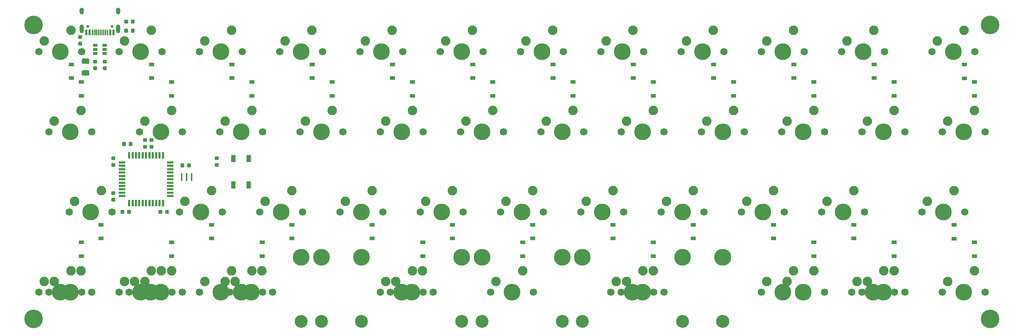
<source format=gbr>
G04 #@! TF.GenerationSoftware,KiCad,Pcbnew,(5.1.4)-1*
G04 #@! TF.CreationDate,2021-01-09T01:18:10-06:00*
G04 #@! TF.ProjectId,semi,73656d69-2e6b-4696-9361-645f70636258,rev?*
G04 #@! TF.SameCoordinates,Original*
G04 #@! TF.FileFunction,Soldermask,Bot*
G04 #@! TF.FilePolarity,Negative*
%FSLAX46Y46*%
G04 Gerber Fmt 4.6, Leading zero omitted, Abs format (unit mm)*
G04 Created by KiCad (PCBNEW (5.1.4)-1) date 2021-01-09 01:18:10*
%MOMM*%
%LPD*%
G04 APERTURE LIST*
%ADD10C,3.987800*%
%ADD11C,3.048000*%
%ADD12C,1.750000*%
%ADD13C,2.250000*%
%ADD14C,0.100000*%
%ADD15C,0.875000*%
%ADD16R,0.400000X1.900000*%
%ADD17O,1.000000X1.600000*%
%ADD18O,1.000000X2.100000*%
%ADD19C,0.650000*%
%ADD20R,0.300000X1.450000*%
%ADD21R,0.600000X1.450000*%
%ADD22R,0.550000X1.500000*%
%ADD23R,1.500000X0.550000*%
%ADD24R,1.060000X0.650000*%
%ADD25R,1.100000X1.800000*%
%ADD26C,4.400000*%
%ADD27C,1.250000*%
%ADD28R,1.200000X0.900000*%
G04 APERTURE END LIST*
D10*
X166687500Y-58420000D03*
X128587500Y-58420000D03*
D11*
X166687500Y-73660000D03*
X128587500Y-73660000D03*
D12*
X152717500Y-66675000D03*
X142557500Y-66675000D03*
D10*
X147637500Y-66675000D03*
D13*
X143827500Y-64135000D03*
X150177500Y-61595000D03*
D14*
G36*
X25360691Y-1939053D02*
G01*
X25381926Y-1942203D01*
X25402750Y-1947419D01*
X25422962Y-1954651D01*
X25442368Y-1963830D01*
X25460781Y-1974866D01*
X25478024Y-1987654D01*
X25493930Y-2002070D01*
X25508346Y-2017976D01*
X25521134Y-2035219D01*
X25532170Y-2053632D01*
X25541349Y-2073038D01*
X25548581Y-2093250D01*
X25553797Y-2114074D01*
X25556947Y-2135309D01*
X25558000Y-2156750D01*
X25558000Y-2669250D01*
X25556947Y-2690691D01*
X25553797Y-2711926D01*
X25548581Y-2732750D01*
X25541349Y-2752962D01*
X25532170Y-2772368D01*
X25521134Y-2790781D01*
X25508346Y-2808024D01*
X25493930Y-2823930D01*
X25478024Y-2838346D01*
X25460781Y-2851134D01*
X25442368Y-2862170D01*
X25422962Y-2871349D01*
X25402750Y-2878581D01*
X25381926Y-2883797D01*
X25360691Y-2886947D01*
X25339250Y-2888000D01*
X24901750Y-2888000D01*
X24880309Y-2886947D01*
X24859074Y-2883797D01*
X24838250Y-2878581D01*
X24818038Y-2871349D01*
X24798632Y-2862170D01*
X24780219Y-2851134D01*
X24762976Y-2838346D01*
X24747070Y-2823930D01*
X24732654Y-2808024D01*
X24719866Y-2790781D01*
X24708830Y-2772368D01*
X24699651Y-2752962D01*
X24692419Y-2732750D01*
X24687203Y-2711926D01*
X24684053Y-2690691D01*
X24683000Y-2669250D01*
X24683000Y-2156750D01*
X24684053Y-2135309D01*
X24687203Y-2114074D01*
X24692419Y-2093250D01*
X24699651Y-2073038D01*
X24708830Y-2053632D01*
X24719866Y-2035219D01*
X24732654Y-2017976D01*
X24747070Y-2002070D01*
X24762976Y-1987654D01*
X24780219Y-1974866D01*
X24798632Y-1963830D01*
X24818038Y-1954651D01*
X24838250Y-1947419D01*
X24859074Y-1942203D01*
X24880309Y-1939053D01*
X24901750Y-1938000D01*
X25339250Y-1938000D01*
X25360691Y-1939053D01*
X25360691Y-1939053D01*
G37*
D15*
X25120500Y-2413000D03*
D14*
G36*
X26935691Y-1939053D02*
G01*
X26956926Y-1942203D01*
X26977750Y-1947419D01*
X26997962Y-1954651D01*
X27017368Y-1963830D01*
X27035781Y-1974866D01*
X27053024Y-1987654D01*
X27068930Y-2002070D01*
X27083346Y-2017976D01*
X27096134Y-2035219D01*
X27107170Y-2053632D01*
X27116349Y-2073038D01*
X27123581Y-2093250D01*
X27128797Y-2114074D01*
X27131947Y-2135309D01*
X27133000Y-2156750D01*
X27133000Y-2669250D01*
X27131947Y-2690691D01*
X27128797Y-2711926D01*
X27123581Y-2732750D01*
X27116349Y-2752962D01*
X27107170Y-2772368D01*
X27096134Y-2790781D01*
X27083346Y-2808024D01*
X27068930Y-2823930D01*
X27053024Y-2838346D01*
X27035781Y-2851134D01*
X27017368Y-2862170D01*
X26997962Y-2871349D01*
X26977750Y-2878581D01*
X26956926Y-2883797D01*
X26935691Y-2886947D01*
X26914250Y-2888000D01*
X26476750Y-2888000D01*
X26455309Y-2886947D01*
X26434074Y-2883797D01*
X26413250Y-2878581D01*
X26393038Y-2871349D01*
X26373632Y-2862170D01*
X26355219Y-2851134D01*
X26337976Y-2838346D01*
X26322070Y-2823930D01*
X26307654Y-2808024D01*
X26294866Y-2790781D01*
X26283830Y-2772368D01*
X26274651Y-2752962D01*
X26267419Y-2732750D01*
X26262203Y-2711926D01*
X26259053Y-2690691D01*
X26258000Y-2669250D01*
X26258000Y-2156750D01*
X26259053Y-2135309D01*
X26262203Y-2114074D01*
X26267419Y-2093250D01*
X26274651Y-2073038D01*
X26283830Y-2053632D01*
X26294866Y-2035219D01*
X26307654Y-2017976D01*
X26322070Y-2002070D01*
X26337976Y-1987654D01*
X26355219Y-1974866D01*
X26373632Y-1963830D01*
X26393038Y-1954651D01*
X26413250Y-1947419D01*
X26434074Y-1942203D01*
X26455309Y-1939053D01*
X26476750Y-1938000D01*
X26914250Y-1938000D01*
X26935691Y-1939053D01*
X26935691Y-1939053D01*
G37*
D15*
X26695500Y-2413000D03*
D16*
X38297000Y-39370000D03*
X39497000Y-39370000D03*
X40697000Y-39370000D03*
D17*
X23243000Y67000D03*
X14603000Y67000D03*
D18*
X23243000Y-4113000D03*
X14603000Y-4113000D03*
D19*
X16033000Y-3583000D03*
X21813000Y-3583000D03*
D20*
X18673000Y-5028000D03*
X19173000Y-5028000D03*
X19673000Y-5028000D03*
X18173000Y-5028000D03*
X20173000Y-5028000D03*
X17673000Y-5028000D03*
X20673000Y-5028000D03*
X17173000Y-5028000D03*
D21*
X16473000Y-5028000D03*
X21373000Y-5028000D03*
X15698000Y-5028000D03*
X22148000Y-5028000D03*
D22*
X25845000Y-34178000D03*
X26645000Y-34178000D03*
X27445000Y-34178000D03*
X28245000Y-34178000D03*
X29045000Y-34178000D03*
X29845000Y-34178000D03*
X30645000Y-34178000D03*
X31445000Y-34178000D03*
X32245000Y-34178000D03*
X33045000Y-34178000D03*
X33845000Y-34178000D03*
D23*
X35545000Y-35878000D03*
X35545000Y-36678000D03*
X35545000Y-37478000D03*
X35545000Y-38278000D03*
X35545000Y-39078000D03*
X35545000Y-39878000D03*
X35545000Y-40678000D03*
X35545000Y-41478000D03*
X35545000Y-42278000D03*
X35545000Y-43078000D03*
X35545000Y-43878000D03*
D22*
X33845000Y-45578000D03*
X33045000Y-45578000D03*
X32245000Y-45578000D03*
X31445000Y-45578000D03*
X30645000Y-45578000D03*
X29845000Y-45578000D03*
X29045000Y-45578000D03*
X28245000Y-45578000D03*
X27445000Y-45578000D03*
X26645000Y-45578000D03*
X25845000Y-45578000D03*
D23*
X24145000Y-43878000D03*
X24145000Y-43078000D03*
X24145000Y-42278000D03*
X24145000Y-41478000D03*
X24145000Y-40678000D03*
X24145000Y-39878000D03*
X24145000Y-39078000D03*
X24145000Y-38278000D03*
X24145000Y-37478000D03*
X24145000Y-36678000D03*
X24145000Y-35878000D03*
D24*
X17823000Y-9017000D03*
X17823000Y-8067000D03*
X17823000Y-9967000D03*
X20023000Y-9967000D03*
X20023000Y-9017000D03*
X20023000Y-8067000D03*
D25*
X54234200Y-41197600D03*
X50534200Y-34997600D03*
X50534200Y-41197600D03*
X54234200Y-34997600D03*
D14*
G36*
X26046691Y-47151053D02*
G01*
X26067926Y-47154203D01*
X26088750Y-47159419D01*
X26108962Y-47166651D01*
X26128368Y-47175830D01*
X26146781Y-47186866D01*
X26164024Y-47199654D01*
X26179930Y-47214070D01*
X26194346Y-47229976D01*
X26207134Y-47247219D01*
X26218170Y-47265632D01*
X26227349Y-47285038D01*
X26234581Y-47305250D01*
X26239797Y-47326074D01*
X26242947Y-47347309D01*
X26244000Y-47368750D01*
X26244000Y-47881250D01*
X26242947Y-47902691D01*
X26239797Y-47923926D01*
X26234581Y-47944750D01*
X26227349Y-47964962D01*
X26218170Y-47984368D01*
X26207134Y-48002781D01*
X26194346Y-48020024D01*
X26179930Y-48035930D01*
X26164024Y-48050346D01*
X26146781Y-48063134D01*
X26128368Y-48074170D01*
X26108962Y-48083349D01*
X26088750Y-48090581D01*
X26067926Y-48095797D01*
X26046691Y-48098947D01*
X26025250Y-48100000D01*
X25587750Y-48100000D01*
X25566309Y-48098947D01*
X25545074Y-48095797D01*
X25524250Y-48090581D01*
X25504038Y-48083349D01*
X25484632Y-48074170D01*
X25466219Y-48063134D01*
X25448976Y-48050346D01*
X25433070Y-48035930D01*
X25418654Y-48020024D01*
X25405866Y-48002781D01*
X25394830Y-47984368D01*
X25385651Y-47964962D01*
X25378419Y-47944750D01*
X25373203Y-47923926D01*
X25370053Y-47902691D01*
X25369000Y-47881250D01*
X25369000Y-47368750D01*
X25370053Y-47347309D01*
X25373203Y-47326074D01*
X25378419Y-47305250D01*
X25385651Y-47285038D01*
X25394830Y-47265632D01*
X25405866Y-47247219D01*
X25418654Y-47229976D01*
X25433070Y-47214070D01*
X25448976Y-47199654D01*
X25466219Y-47186866D01*
X25484632Y-47175830D01*
X25504038Y-47166651D01*
X25524250Y-47159419D01*
X25545074Y-47154203D01*
X25566309Y-47151053D01*
X25587750Y-47150000D01*
X26025250Y-47150000D01*
X26046691Y-47151053D01*
X26046691Y-47151053D01*
G37*
D15*
X25806500Y-47625000D03*
D14*
G36*
X24471691Y-47151053D02*
G01*
X24492926Y-47154203D01*
X24513750Y-47159419D01*
X24533962Y-47166651D01*
X24553368Y-47175830D01*
X24571781Y-47186866D01*
X24589024Y-47199654D01*
X24604930Y-47214070D01*
X24619346Y-47229976D01*
X24632134Y-47247219D01*
X24643170Y-47265632D01*
X24652349Y-47285038D01*
X24659581Y-47305250D01*
X24664797Y-47326074D01*
X24667947Y-47347309D01*
X24669000Y-47368750D01*
X24669000Y-47881250D01*
X24667947Y-47902691D01*
X24664797Y-47923926D01*
X24659581Y-47944750D01*
X24652349Y-47964962D01*
X24643170Y-47984368D01*
X24632134Y-48002781D01*
X24619346Y-48020024D01*
X24604930Y-48035930D01*
X24589024Y-48050346D01*
X24571781Y-48063134D01*
X24553368Y-48074170D01*
X24533962Y-48083349D01*
X24513750Y-48090581D01*
X24492926Y-48095797D01*
X24471691Y-48098947D01*
X24450250Y-48100000D01*
X24012750Y-48100000D01*
X23991309Y-48098947D01*
X23970074Y-48095797D01*
X23949250Y-48090581D01*
X23929038Y-48083349D01*
X23909632Y-48074170D01*
X23891219Y-48063134D01*
X23873976Y-48050346D01*
X23858070Y-48035930D01*
X23843654Y-48020024D01*
X23830866Y-48002781D01*
X23819830Y-47984368D01*
X23810651Y-47964962D01*
X23803419Y-47944750D01*
X23798203Y-47923926D01*
X23795053Y-47902691D01*
X23794000Y-47881250D01*
X23794000Y-47368750D01*
X23795053Y-47347309D01*
X23798203Y-47326074D01*
X23803419Y-47305250D01*
X23810651Y-47285038D01*
X23819830Y-47265632D01*
X23830866Y-47247219D01*
X23843654Y-47229976D01*
X23858070Y-47214070D01*
X23873976Y-47199654D01*
X23891219Y-47186866D01*
X23909632Y-47175830D01*
X23929038Y-47166651D01*
X23949250Y-47159419D01*
X23970074Y-47154203D01*
X23991309Y-47151053D01*
X24012750Y-47150000D01*
X24450250Y-47150000D01*
X24471691Y-47151053D01*
X24471691Y-47151053D01*
G37*
D15*
X24231500Y-47625000D03*
D14*
G36*
X20343691Y-11476053D02*
G01*
X20364926Y-11479203D01*
X20385750Y-11484419D01*
X20405962Y-11491651D01*
X20425368Y-11500830D01*
X20443781Y-11511866D01*
X20461024Y-11524654D01*
X20476930Y-11539070D01*
X20491346Y-11554976D01*
X20504134Y-11572219D01*
X20515170Y-11590632D01*
X20524349Y-11610038D01*
X20531581Y-11630250D01*
X20536797Y-11651074D01*
X20539947Y-11672309D01*
X20541000Y-11693750D01*
X20541000Y-12131250D01*
X20539947Y-12152691D01*
X20536797Y-12173926D01*
X20531581Y-12194750D01*
X20524349Y-12214962D01*
X20515170Y-12234368D01*
X20504134Y-12252781D01*
X20491346Y-12270024D01*
X20476930Y-12285930D01*
X20461024Y-12300346D01*
X20443781Y-12313134D01*
X20425368Y-12324170D01*
X20405962Y-12333349D01*
X20385750Y-12340581D01*
X20364926Y-12345797D01*
X20343691Y-12348947D01*
X20322250Y-12350000D01*
X19809750Y-12350000D01*
X19788309Y-12348947D01*
X19767074Y-12345797D01*
X19746250Y-12340581D01*
X19726038Y-12333349D01*
X19706632Y-12324170D01*
X19688219Y-12313134D01*
X19670976Y-12300346D01*
X19655070Y-12285930D01*
X19640654Y-12270024D01*
X19627866Y-12252781D01*
X19616830Y-12234368D01*
X19607651Y-12214962D01*
X19600419Y-12194750D01*
X19595203Y-12173926D01*
X19592053Y-12152691D01*
X19591000Y-12131250D01*
X19591000Y-11693750D01*
X19592053Y-11672309D01*
X19595203Y-11651074D01*
X19600419Y-11630250D01*
X19607651Y-11610038D01*
X19616830Y-11590632D01*
X19627866Y-11572219D01*
X19640654Y-11554976D01*
X19655070Y-11539070D01*
X19670976Y-11524654D01*
X19688219Y-11511866D01*
X19706632Y-11500830D01*
X19726038Y-11491651D01*
X19746250Y-11484419D01*
X19767074Y-11479203D01*
X19788309Y-11476053D01*
X19809750Y-11475000D01*
X20322250Y-11475000D01*
X20343691Y-11476053D01*
X20343691Y-11476053D01*
G37*
D15*
X20066000Y-11912500D03*
D14*
G36*
X20343691Y-13051053D02*
G01*
X20364926Y-13054203D01*
X20385750Y-13059419D01*
X20405962Y-13066651D01*
X20425368Y-13075830D01*
X20443781Y-13086866D01*
X20461024Y-13099654D01*
X20476930Y-13114070D01*
X20491346Y-13129976D01*
X20504134Y-13147219D01*
X20515170Y-13165632D01*
X20524349Y-13185038D01*
X20531581Y-13205250D01*
X20536797Y-13226074D01*
X20539947Y-13247309D01*
X20541000Y-13268750D01*
X20541000Y-13706250D01*
X20539947Y-13727691D01*
X20536797Y-13748926D01*
X20531581Y-13769750D01*
X20524349Y-13789962D01*
X20515170Y-13809368D01*
X20504134Y-13827781D01*
X20491346Y-13845024D01*
X20476930Y-13860930D01*
X20461024Y-13875346D01*
X20443781Y-13888134D01*
X20425368Y-13899170D01*
X20405962Y-13908349D01*
X20385750Y-13915581D01*
X20364926Y-13920797D01*
X20343691Y-13923947D01*
X20322250Y-13925000D01*
X19809750Y-13925000D01*
X19788309Y-13923947D01*
X19767074Y-13920797D01*
X19746250Y-13915581D01*
X19726038Y-13908349D01*
X19706632Y-13899170D01*
X19688219Y-13888134D01*
X19670976Y-13875346D01*
X19655070Y-13860930D01*
X19640654Y-13845024D01*
X19627866Y-13827781D01*
X19616830Y-13809368D01*
X19607651Y-13789962D01*
X19600419Y-13769750D01*
X19595203Y-13748926D01*
X19592053Y-13727691D01*
X19591000Y-13706250D01*
X19591000Y-13268750D01*
X19592053Y-13247309D01*
X19595203Y-13226074D01*
X19600419Y-13205250D01*
X19607651Y-13185038D01*
X19616830Y-13165632D01*
X19627866Y-13147219D01*
X19640654Y-13129976D01*
X19655070Y-13114070D01*
X19670976Y-13099654D01*
X19688219Y-13086866D01*
X19706632Y-13075830D01*
X19726038Y-13066651D01*
X19746250Y-13059419D01*
X19767074Y-13054203D01*
X19788309Y-13051053D01*
X19809750Y-13050000D01*
X20322250Y-13050000D01*
X20343691Y-13051053D01*
X20343691Y-13051053D01*
G37*
D15*
X20066000Y-13487500D03*
D14*
G36*
X18057691Y-11476053D02*
G01*
X18078926Y-11479203D01*
X18099750Y-11484419D01*
X18119962Y-11491651D01*
X18139368Y-11500830D01*
X18157781Y-11511866D01*
X18175024Y-11524654D01*
X18190930Y-11539070D01*
X18205346Y-11554976D01*
X18218134Y-11572219D01*
X18229170Y-11590632D01*
X18238349Y-11610038D01*
X18245581Y-11630250D01*
X18250797Y-11651074D01*
X18253947Y-11672309D01*
X18255000Y-11693750D01*
X18255000Y-12131250D01*
X18253947Y-12152691D01*
X18250797Y-12173926D01*
X18245581Y-12194750D01*
X18238349Y-12214962D01*
X18229170Y-12234368D01*
X18218134Y-12252781D01*
X18205346Y-12270024D01*
X18190930Y-12285930D01*
X18175024Y-12300346D01*
X18157781Y-12313134D01*
X18139368Y-12324170D01*
X18119962Y-12333349D01*
X18099750Y-12340581D01*
X18078926Y-12345797D01*
X18057691Y-12348947D01*
X18036250Y-12350000D01*
X17523750Y-12350000D01*
X17502309Y-12348947D01*
X17481074Y-12345797D01*
X17460250Y-12340581D01*
X17440038Y-12333349D01*
X17420632Y-12324170D01*
X17402219Y-12313134D01*
X17384976Y-12300346D01*
X17369070Y-12285930D01*
X17354654Y-12270024D01*
X17341866Y-12252781D01*
X17330830Y-12234368D01*
X17321651Y-12214962D01*
X17314419Y-12194750D01*
X17309203Y-12173926D01*
X17306053Y-12152691D01*
X17305000Y-12131250D01*
X17305000Y-11693750D01*
X17306053Y-11672309D01*
X17309203Y-11651074D01*
X17314419Y-11630250D01*
X17321651Y-11610038D01*
X17330830Y-11590632D01*
X17341866Y-11572219D01*
X17354654Y-11554976D01*
X17369070Y-11539070D01*
X17384976Y-11524654D01*
X17402219Y-11511866D01*
X17420632Y-11500830D01*
X17440038Y-11491651D01*
X17460250Y-11484419D01*
X17481074Y-11479203D01*
X17502309Y-11476053D01*
X17523750Y-11475000D01*
X18036250Y-11475000D01*
X18057691Y-11476053D01*
X18057691Y-11476053D01*
G37*
D15*
X17780000Y-11912500D03*
D14*
G36*
X18057691Y-13051053D02*
G01*
X18078926Y-13054203D01*
X18099750Y-13059419D01*
X18119962Y-13066651D01*
X18139368Y-13075830D01*
X18157781Y-13086866D01*
X18175024Y-13099654D01*
X18190930Y-13114070D01*
X18205346Y-13129976D01*
X18218134Y-13147219D01*
X18229170Y-13165632D01*
X18238349Y-13185038D01*
X18245581Y-13205250D01*
X18250797Y-13226074D01*
X18253947Y-13247309D01*
X18255000Y-13268750D01*
X18255000Y-13706250D01*
X18253947Y-13727691D01*
X18250797Y-13748926D01*
X18245581Y-13769750D01*
X18238349Y-13789962D01*
X18229170Y-13809368D01*
X18218134Y-13827781D01*
X18205346Y-13845024D01*
X18190930Y-13860930D01*
X18175024Y-13875346D01*
X18157781Y-13888134D01*
X18139368Y-13899170D01*
X18119962Y-13908349D01*
X18099750Y-13915581D01*
X18078926Y-13920797D01*
X18057691Y-13923947D01*
X18036250Y-13925000D01*
X17523750Y-13925000D01*
X17502309Y-13923947D01*
X17481074Y-13920797D01*
X17460250Y-13915581D01*
X17440038Y-13908349D01*
X17420632Y-13899170D01*
X17402219Y-13888134D01*
X17384976Y-13875346D01*
X17369070Y-13860930D01*
X17354654Y-13845024D01*
X17341866Y-13827781D01*
X17330830Y-13809368D01*
X17321651Y-13789962D01*
X17314419Y-13769750D01*
X17309203Y-13748926D01*
X17306053Y-13727691D01*
X17305000Y-13706250D01*
X17305000Y-13268750D01*
X17306053Y-13247309D01*
X17309203Y-13226074D01*
X17314419Y-13205250D01*
X17321651Y-13185038D01*
X17330830Y-13165632D01*
X17341866Y-13147219D01*
X17354654Y-13129976D01*
X17369070Y-13114070D01*
X17384976Y-13099654D01*
X17402219Y-13086866D01*
X17420632Y-13075830D01*
X17440038Y-13066651D01*
X17460250Y-13059419D01*
X17481074Y-13054203D01*
X17502309Y-13051053D01*
X17523750Y-13050000D01*
X18036250Y-13050000D01*
X18057691Y-13051053D01*
X18057691Y-13051053D01*
G37*
D15*
X17780000Y-13487500D03*
D14*
G36*
X25360691Y-4098053D02*
G01*
X25381926Y-4101203D01*
X25402750Y-4106419D01*
X25422962Y-4113651D01*
X25442368Y-4122830D01*
X25460781Y-4133866D01*
X25478024Y-4146654D01*
X25493930Y-4161070D01*
X25508346Y-4176976D01*
X25521134Y-4194219D01*
X25532170Y-4212632D01*
X25541349Y-4232038D01*
X25548581Y-4252250D01*
X25553797Y-4273074D01*
X25556947Y-4294309D01*
X25558000Y-4315750D01*
X25558000Y-4828250D01*
X25556947Y-4849691D01*
X25553797Y-4870926D01*
X25548581Y-4891750D01*
X25541349Y-4911962D01*
X25532170Y-4931368D01*
X25521134Y-4949781D01*
X25508346Y-4967024D01*
X25493930Y-4982930D01*
X25478024Y-4997346D01*
X25460781Y-5010134D01*
X25442368Y-5021170D01*
X25422962Y-5030349D01*
X25402750Y-5037581D01*
X25381926Y-5042797D01*
X25360691Y-5045947D01*
X25339250Y-5047000D01*
X24901750Y-5047000D01*
X24880309Y-5045947D01*
X24859074Y-5042797D01*
X24838250Y-5037581D01*
X24818038Y-5030349D01*
X24798632Y-5021170D01*
X24780219Y-5010134D01*
X24762976Y-4997346D01*
X24747070Y-4982930D01*
X24732654Y-4967024D01*
X24719866Y-4949781D01*
X24708830Y-4931368D01*
X24699651Y-4911962D01*
X24692419Y-4891750D01*
X24687203Y-4870926D01*
X24684053Y-4849691D01*
X24683000Y-4828250D01*
X24683000Y-4315750D01*
X24684053Y-4294309D01*
X24687203Y-4273074D01*
X24692419Y-4252250D01*
X24699651Y-4232038D01*
X24708830Y-4212632D01*
X24719866Y-4194219D01*
X24732654Y-4176976D01*
X24747070Y-4161070D01*
X24762976Y-4146654D01*
X24780219Y-4133866D01*
X24798632Y-4122830D01*
X24818038Y-4113651D01*
X24838250Y-4106419D01*
X24859074Y-4101203D01*
X24880309Y-4098053D01*
X24901750Y-4097000D01*
X25339250Y-4097000D01*
X25360691Y-4098053D01*
X25360691Y-4098053D01*
G37*
D15*
X25120500Y-4572000D03*
D14*
G36*
X26935691Y-4098053D02*
G01*
X26956926Y-4101203D01*
X26977750Y-4106419D01*
X26997962Y-4113651D01*
X27017368Y-4122830D01*
X27035781Y-4133866D01*
X27053024Y-4146654D01*
X27068930Y-4161070D01*
X27083346Y-4176976D01*
X27096134Y-4194219D01*
X27107170Y-4212632D01*
X27116349Y-4232038D01*
X27123581Y-4252250D01*
X27128797Y-4273074D01*
X27131947Y-4294309D01*
X27133000Y-4315750D01*
X27133000Y-4828250D01*
X27131947Y-4849691D01*
X27128797Y-4870926D01*
X27123581Y-4891750D01*
X27116349Y-4911962D01*
X27107170Y-4931368D01*
X27096134Y-4949781D01*
X27083346Y-4967024D01*
X27068930Y-4982930D01*
X27053024Y-4997346D01*
X27035781Y-5010134D01*
X27017368Y-5021170D01*
X26997962Y-5030349D01*
X26977750Y-5037581D01*
X26956926Y-5042797D01*
X26935691Y-5045947D01*
X26914250Y-5047000D01*
X26476750Y-5047000D01*
X26455309Y-5045947D01*
X26434074Y-5042797D01*
X26413250Y-5037581D01*
X26393038Y-5030349D01*
X26373632Y-5021170D01*
X26355219Y-5010134D01*
X26337976Y-4997346D01*
X26322070Y-4982930D01*
X26307654Y-4967024D01*
X26294866Y-4949781D01*
X26283830Y-4931368D01*
X26274651Y-4911962D01*
X26267419Y-4891750D01*
X26262203Y-4870926D01*
X26259053Y-4849691D01*
X26258000Y-4828250D01*
X26258000Y-4315750D01*
X26259053Y-4294309D01*
X26262203Y-4273074D01*
X26267419Y-4252250D01*
X26274651Y-4232038D01*
X26283830Y-4212632D01*
X26294866Y-4194219D01*
X26307654Y-4176976D01*
X26322070Y-4161070D01*
X26337976Y-4146654D01*
X26355219Y-4133866D01*
X26373632Y-4122830D01*
X26393038Y-4113651D01*
X26413250Y-4106419D01*
X26434074Y-4101203D01*
X26455309Y-4098053D01*
X26476750Y-4097000D01*
X26914250Y-4097000D01*
X26935691Y-4098053D01*
X26935691Y-4098053D01*
G37*
D15*
X26695500Y-4572000D03*
D14*
G36*
X14501691Y-7209053D02*
G01*
X14522926Y-7212203D01*
X14543750Y-7217419D01*
X14563962Y-7224651D01*
X14583368Y-7233830D01*
X14601781Y-7244866D01*
X14619024Y-7257654D01*
X14634930Y-7272070D01*
X14649346Y-7287976D01*
X14662134Y-7305219D01*
X14673170Y-7323632D01*
X14682349Y-7343038D01*
X14689581Y-7363250D01*
X14694797Y-7384074D01*
X14697947Y-7405309D01*
X14699000Y-7426750D01*
X14699000Y-7864250D01*
X14697947Y-7885691D01*
X14694797Y-7906926D01*
X14689581Y-7927750D01*
X14682349Y-7947962D01*
X14673170Y-7967368D01*
X14662134Y-7985781D01*
X14649346Y-8003024D01*
X14634930Y-8018930D01*
X14619024Y-8033346D01*
X14601781Y-8046134D01*
X14583368Y-8057170D01*
X14563962Y-8066349D01*
X14543750Y-8073581D01*
X14522926Y-8078797D01*
X14501691Y-8081947D01*
X14480250Y-8083000D01*
X13967750Y-8083000D01*
X13946309Y-8081947D01*
X13925074Y-8078797D01*
X13904250Y-8073581D01*
X13884038Y-8066349D01*
X13864632Y-8057170D01*
X13846219Y-8046134D01*
X13828976Y-8033346D01*
X13813070Y-8018930D01*
X13798654Y-8003024D01*
X13785866Y-7985781D01*
X13774830Y-7967368D01*
X13765651Y-7947962D01*
X13758419Y-7927750D01*
X13753203Y-7906926D01*
X13750053Y-7885691D01*
X13749000Y-7864250D01*
X13749000Y-7426750D01*
X13750053Y-7405309D01*
X13753203Y-7384074D01*
X13758419Y-7363250D01*
X13765651Y-7343038D01*
X13774830Y-7323632D01*
X13785866Y-7305219D01*
X13798654Y-7287976D01*
X13813070Y-7272070D01*
X13828976Y-7257654D01*
X13846219Y-7244866D01*
X13864632Y-7233830D01*
X13884038Y-7224651D01*
X13904250Y-7217419D01*
X13925074Y-7212203D01*
X13946309Y-7209053D01*
X13967750Y-7208000D01*
X14480250Y-7208000D01*
X14501691Y-7209053D01*
X14501691Y-7209053D01*
G37*
D15*
X14224000Y-7645500D03*
D14*
G36*
X14501691Y-5634053D02*
G01*
X14522926Y-5637203D01*
X14543750Y-5642419D01*
X14563962Y-5649651D01*
X14583368Y-5658830D01*
X14601781Y-5669866D01*
X14619024Y-5682654D01*
X14634930Y-5697070D01*
X14649346Y-5712976D01*
X14662134Y-5730219D01*
X14673170Y-5748632D01*
X14682349Y-5768038D01*
X14689581Y-5788250D01*
X14694797Y-5809074D01*
X14697947Y-5830309D01*
X14699000Y-5851750D01*
X14699000Y-6289250D01*
X14697947Y-6310691D01*
X14694797Y-6331926D01*
X14689581Y-6352750D01*
X14682349Y-6372962D01*
X14673170Y-6392368D01*
X14662134Y-6410781D01*
X14649346Y-6428024D01*
X14634930Y-6443930D01*
X14619024Y-6458346D01*
X14601781Y-6471134D01*
X14583368Y-6482170D01*
X14563962Y-6491349D01*
X14543750Y-6498581D01*
X14522926Y-6503797D01*
X14501691Y-6506947D01*
X14480250Y-6508000D01*
X13967750Y-6508000D01*
X13946309Y-6506947D01*
X13925074Y-6503797D01*
X13904250Y-6498581D01*
X13884038Y-6491349D01*
X13864632Y-6482170D01*
X13846219Y-6471134D01*
X13828976Y-6458346D01*
X13813070Y-6443930D01*
X13798654Y-6428024D01*
X13785866Y-6410781D01*
X13774830Y-6392368D01*
X13765651Y-6372962D01*
X13758419Y-6352750D01*
X13753203Y-6331926D01*
X13750053Y-6310691D01*
X13749000Y-6289250D01*
X13749000Y-5851750D01*
X13750053Y-5830309D01*
X13753203Y-5809074D01*
X13758419Y-5788250D01*
X13765651Y-5768038D01*
X13774830Y-5748632D01*
X13785866Y-5730219D01*
X13798654Y-5712976D01*
X13813070Y-5697070D01*
X13828976Y-5682654D01*
X13846219Y-5669866D01*
X13864632Y-5658830D01*
X13884038Y-5649651D01*
X13904250Y-5642419D01*
X13925074Y-5637203D01*
X13946309Y-5634053D01*
X13967750Y-5633000D01*
X14480250Y-5633000D01*
X14501691Y-5634053D01*
X14501691Y-5634053D01*
G37*
D15*
X14224000Y-6070500D03*
D14*
G36*
X46886691Y-34463053D02*
G01*
X46907926Y-34466203D01*
X46928750Y-34471419D01*
X46948962Y-34478651D01*
X46968368Y-34487830D01*
X46986781Y-34498866D01*
X47004024Y-34511654D01*
X47019930Y-34526070D01*
X47034346Y-34541976D01*
X47047134Y-34559219D01*
X47058170Y-34577632D01*
X47067349Y-34597038D01*
X47074581Y-34617250D01*
X47079797Y-34638074D01*
X47082947Y-34659309D01*
X47084000Y-34680750D01*
X47084000Y-35118250D01*
X47082947Y-35139691D01*
X47079797Y-35160926D01*
X47074581Y-35181750D01*
X47067349Y-35201962D01*
X47058170Y-35221368D01*
X47047134Y-35239781D01*
X47034346Y-35257024D01*
X47019930Y-35272930D01*
X47004024Y-35287346D01*
X46986781Y-35300134D01*
X46968368Y-35311170D01*
X46948962Y-35320349D01*
X46928750Y-35327581D01*
X46907926Y-35332797D01*
X46886691Y-35335947D01*
X46865250Y-35337000D01*
X46352750Y-35337000D01*
X46331309Y-35335947D01*
X46310074Y-35332797D01*
X46289250Y-35327581D01*
X46269038Y-35320349D01*
X46249632Y-35311170D01*
X46231219Y-35300134D01*
X46213976Y-35287346D01*
X46198070Y-35272930D01*
X46183654Y-35257024D01*
X46170866Y-35239781D01*
X46159830Y-35221368D01*
X46150651Y-35201962D01*
X46143419Y-35181750D01*
X46138203Y-35160926D01*
X46135053Y-35139691D01*
X46134000Y-35118250D01*
X46134000Y-34680750D01*
X46135053Y-34659309D01*
X46138203Y-34638074D01*
X46143419Y-34617250D01*
X46150651Y-34597038D01*
X46159830Y-34577632D01*
X46170866Y-34559219D01*
X46183654Y-34541976D01*
X46198070Y-34526070D01*
X46213976Y-34511654D01*
X46231219Y-34498866D01*
X46249632Y-34487830D01*
X46269038Y-34478651D01*
X46289250Y-34471419D01*
X46310074Y-34466203D01*
X46331309Y-34463053D01*
X46352750Y-34462000D01*
X46865250Y-34462000D01*
X46886691Y-34463053D01*
X46886691Y-34463053D01*
G37*
D15*
X46609000Y-34899500D03*
D14*
G36*
X46886691Y-36038053D02*
G01*
X46907926Y-36041203D01*
X46928750Y-36046419D01*
X46948962Y-36053651D01*
X46968368Y-36062830D01*
X46986781Y-36073866D01*
X47004024Y-36086654D01*
X47019930Y-36101070D01*
X47034346Y-36116976D01*
X47047134Y-36134219D01*
X47058170Y-36152632D01*
X47067349Y-36172038D01*
X47074581Y-36192250D01*
X47079797Y-36213074D01*
X47082947Y-36234309D01*
X47084000Y-36255750D01*
X47084000Y-36693250D01*
X47082947Y-36714691D01*
X47079797Y-36735926D01*
X47074581Y-36756750D01*
X47067349Y-36776962D01*
X47058170Y-36796368D01*
X47047134Y-36814781D01*
X47034346Y-36832024D01*
X47019930Y-36847930D01*
X47004024Y-36862346D01*
X46986781Y-36875134D01*
X46968368Y-36886170D01*
X46948962Y-36895349D01*
X46928750Y-36902581D01*
X46907926Y-36907797D01*
X46886691Y-36910947D01*
X46865250Y-36912000D01*
X46352750Y-36912000D01*
X46331309Y-36910947D01*
X46310074Y-36907797D01*
X46289250Y-36902581D01*
X46269038Y-36895349D01*
X46249632Y-36886170D01*
X46231219Y-36875134D01*
X46213976Y-36862346D01*
X46198070Y-36847930D01*
X46183654Y-36832024D01*
X46170866Y-36814781D01*
X46159830Y-36796368D01*
X46150651Y-36776962D01*
X46143419Y-36756750D01*
X46138203Y-36735926D01*
X46135053Y-36714691D01*
X46134000Y-36693250D01*
X46134000Y-36255750D01*
X46135053Y-36234309D01*
X46138203Y-36213074D01*
X46143419Y-36192250D01*
X46150651Y-36172038D01*
X46159830Y-36152632D01*
X46170866Y-36134219D01*
X46183654Y-36116976D01*
X46198070Y-36101070D01*
X46213976Y-36086654D01*
X46231219Y-36073866D01*
X46249632Y-36062830D01*
X46269038Y-36053651D01*
X46289250Y-36046419D01*
X46310074Y-36041203D01*
X46331309Y-36038053D01*
X46352750Y-36037000D01*
X46865250Y-36037000D01*
X46886691Y-36038053D01*
X46886691Y-36038053D01*
G37*
D15*
X46609000Y-36474500D03*
D26*
X3174800Y-3174800D03*
X3174800Y-73020400D03*
X230173000Y-73020400D03*
X230173000Y-3174800D03*
D14*
G36*
X16143504Y-11187204D02*
G01*
X16167773Y-11190804D01*
X16191571Y-11196765D01*
X16214671Y-11205030D01*
X16236849Y-11215520D01*
X16257893Y-11228133D01*
X16277598Y-11242747D01*
X16295777Y-11259223D01*
X16312253Y-11277402D01*
X16326867Y-11297107D01*
X16339480Y-11318151D01*
X16349970Y-11340329D01*
X16358235Y-11363429D01*
X16364196Y-11387227D01*
X16367796Y-11411496D01*
X16369000Y-11436000D01*
X16369000Y-12186000D01*
X16367796Y-12210504D01*
X16364196Y-12234773D01*
X16358235Y-12258571D01*
X16349970Y-12281671D01*
X16339480Y-12303849D01*
X16326867Y-12324893D01*
X16312253Y-12344598D01*
X16295777Y-12362777D01*
X16277598Y-12379253D01*
X16257893Y-12393867D01*
X16236849Y-12406480D01*
X16214671Y-12416970D01*
X16191571Y-12425235D01*
X16167773Y-12431196D01*
X16143504Y-12434796D01*
X16119000Y-12436000D01*
X14869000Y-12436000D01*
X14844496Y-12434796D01*
X14820227Y-12431196D01*
X14796429Y-12425235D01*
X14773329Y-12416970D01*
X14751151Y-12406480D01*
X14730107Y-12393867D01*
X14710402Y-12379253D01*
X14692223Y-12362777D01*
X14675747Y-12344598D01*
X14661133Y-12324893D01*
X14648520Y-12303849D01*
X14638030Y-12281671D01*
X14629765Y-12258571D01*
X14623804Y-12234773D01*
X14620204Y-12210504D01*
X14619000Y-12186000D01*
X14619000Y-11436000D01*
X14620204Y-11411496D01*
X14623804Y-11387227D01*
X14629765Y-11363429D01*
X14638030Y-11340329D01*
X14648520Y-11318151D01*
X14661133Y-11297107D01*
X14675747Y-11277402D01*
X14692223Y-11259223D01*
X14710402Y-11242747D01*
X14730107Y-11228133D01*
X14751151Y-11215520D01*
X14773329Y-11205030D01*
X14796429Y-11196765D01*
X14820227Y-11190804D01*
X14844496Y-11187204D01*
X14869000Y-11186000D01*
X16119000Y-11186000D01*
X16143504Y-11187204D01*
X16143504Y-11187204D01*
G37*
D27*
X15494000Y-11811000D03*
D14*
G36*
X16143504Y-13987204D02*
G01*
X16167773Y-13990804D01*
X16191571Y-13996765D01*
X16214671Y-14005030D01*
X16236849Y-14015520D01*
X16257893Y-14028133D01*
X16277598Y-14042747D01*
X16295777Y-14059223D01*
X16312253Y-14077402D01*
X16326867Y-14097107D01*
X16339480Y-14118151D01*
X16349970Y-14140329D01*
X16358235Y-14163429D01*
X16364196Y-14187227D01*
X16367796Y-14211496D01*
X16369000Y-14236000D01*
X16369000Y-14986000D01*
X16367796Y-15010504D01*
X16364196Y-15034773D01*
X16358235Y-15058571D01*
X16349970Y-15081671D01*
X16339480Y-15103849D01*
X16326867Y-15124893D01*
X16312253Y-15144598D01*
X16295777Y-15162777D01*
X16277598Y-15179253D01*
X16257893Y-15193867D01*
X16236849Y-15206480D01*
X16214671Y-15216970D01*
X16191571Y-15225235D01*
X16167773Y-15231196D01*
X16143504Y-15234796D01*
X16119000Y-15236000D01*
X14869000Y-15236000D01*
X14844496Y-15234796D01*
X14820227Y-15231196D01*
X14796429Y-15225235D01*
X14773329Y-15216970D01*
X14751151Y-15206480D01*
X14730107Y-15193867D01*
X14710402Y-15179253D01*
X14692223Y-15162777D01*
X14675747Y-15144598D01*
X14661133Y-15124893D01*
X14648520Y-15103849D01*
X14638030Y-15081671D01*
X14629765Y-15058571D01*
X14623804Y-15034773D01*
X14620204Y-15010504D01*
X14619000Y-14986000D01*
X14619000Y-14236000D01*
X14620204Y-14211496D01*
X14623804Y-14187227D01*
X14629765Y-14163429D01*
X14638030Y-14140329D01*
X14648520Y-14118151D01*
X14661133Y-14097107D01*
X14675747Y-14077402D01*
X14692223Y-14059223D01*
X14710402Y-14042747D01*
X14730107Y-14028133D01*
X14751151Y-14015520D01*
X14773329Y-14005030D01*
X14796429Y-13996765D01*
X14820227Y-13990804D01*
X14844496Y-13987204D01*
X14869000Y-13986000D01*
X16119000Y-13986000D01*
X16143504Y-13987204D01*
X16143504Y-13987204D01*
G37*
D27*
X15494000Y-14611000D03*
D14*
G36*
X24852691Y-31022053D02*
G01*
X24873926Y-31025203D01*
X24894750Y-31030419D01*
X24914962Y-31037651D01*
X24934368Y-31046830D01*
X24952781Y-31057866D01*
X24970024Y-31070654D01*
X24985930Y-31085070D01*
X25000346Y-31100976D01*
X25013134Y-31118219D01*
X25024170Y-31136632D01*
X25033349Y-31156038D01*
X25040581Y-31176250D01*
X25045797Y-31197074D01*
X25048947Y-31218309D01*
X25050000Y-31239750D01*
X25050000Y-31752250D01*
X25048947Y-31773691D01*
X25045797Y-31794926D01*
X25040581Y-31815750D01*
X25033349Y-31835962D01*
X25024170Y-31855368D01*
X25013134Y-31873781D01*
X25000346Y-31891024D01*
X24985930Y-31906930D01*
X24970024Y-31921346D01*
X24952781Y-31934134D01*
X24934368Y-31945170D01*
X24914962Y-31954349D01*
X24894750Y-31961581D01*
X24873926Y-31966797D01*
X24852691Y-31969947D01*
X24831250Y-31971000D01*
X24393750Y-31971000D01*
X24372309Y-31969947D01*
X24351074Y-31966797D01*
X24330250Y-31961581D01*
X24310038Y-31954349D01*
X24290632Y-31945170D01*
X24272219Y-31934134D01*
X24254976Y-31921346D01*
X24239070Y-31906930D01*
X24224654Y-31891024D01*
X24211866Y-31873781D01*
X24200830Y-31855368D01*
X24191651Y-31835962D01*
X24184419Y-31815750D01*
X24179203Y-31794926D01*
X24176053Y-31773691D01*
X24175000Y-31752250D01*
X24175000Y-31239750D01*
X24176053Y-31218309D01*
X24179203Y-31197074D01*
X24184419Y-31176250D01*
X24191651Y-31156038D01*
X24200830Y-31136632D01*
X24211866Y-31118219D01*
X24224654Y-31100976D01*
X24239070Y-31085070D01*
X24254976Y-31070654D01*
X24272219Y-31057866D01*
X24290632Y-31046830D01*
X24310038Y-31037651D01*
X24330250Y-31030419D01*
X24351074Y-31025203D01*
X24372309Y-31022053D01*
X24393750Y-31021000D01*
X24831250Y-31021000D01*
X24852691Y-31022053D01*
X24852691Y-31022053D01*
G37*
D15*
X24612500Y-31496000D03*
D14*
G36*
X26427691Y-31022053D02*
G01*
X26448926Y-31025203D01*
X26469750Y-31030419D01*
X26489962Y-31037651D01*
X26509368Y-31046830D01*
X26527781Y-31057866D01*
X26545024Y-31070654D01*
X26560930Y-31085070D01*
X26575346Y-31100976D01*
X26588134Y-31118219D01*
X26599170Y-31136632D01*
X26608349Y-31156038D01*
X26615581Y-31176250D01*
X26620797Y-31197074D01*
X26623947Y-31218309D01*
X26625000Y-31239750D01*
X26625000Y-31752250D01*
X26623947Y-31773691D01*
X26620797Y-31794926D01*
X26615581Y-31815750D01*
X26608349Y-31835962D01*
X26599170Y-31855368D01*
X26588134Y-31873781D01*
X26575346Y-31891024D01*
X26560930Y-31906930D01*
X26545024Y-31921346D01*
X26527781Y-31934134D01*
X26509368Y-31945170D01*
X26489962Y-31954349D01*
X26469750Y-31961581D01*
X26448926Y-31966797D01*
X26427691Y-31969947D01*
X26406250Y-31971000D01*
X25968750Y-31971000D01*
X25947309Y-31969947D01*
X25926074Y-31966797D01*
X25905250Y-31961581D01*
X25885038Y-31954349D01*
X25865632Y-31945170D01*
X25847219Y-31934134D01*
X25829976Y-31921346D01*
X25814070Y-31906930D01*
X25799654Y-31891024D01*
X25786866Y-31873781D01*
X25775830Y-31855368D01*
X25766651Y-31835962D01*
X25759419Y-31815750D01*
X25754203Y-31794926D01*
X25751053Y-31773691D01*
X25750000Y-31752250D01*
X25750000Y-31239750D01*
X25751053Y-31218309D01*
X25754203Y-31197074D01*
X25759419Y-31176250D01*
X25766651Y-31156038D01*
X25775830Y-31136632D01*
X25786866Y-31118219D01*
X25799654Y-31100976D01*
X25814070Y-31085070D01*
X25829976Y-31070654D01*
X25847219Y-31057866D01*
X25865632Y-31046830D01*
X25885038Y-31037651D01*
X25905250Y-31030419D01*
X25926074Y-31025203D01*
X25947309Y-31022053D01*
X25968750Y-31021000D01*
X26406250Y-31021000D01*
X26427691Y-31022053D01*
X26427691Y-31022053D01*
G37*
D15*
X26187500Y-31496000D03*
D14*
G36*
X40270691Y-36102053D02*
G01*
X40291926Y-36105203D01*
X40312750Y-36110419D01*
X40332962Y-36117651D01*
X40352368Y-36126830D01*
X40370781Y-36137866D01*
X40388024Y-36150654D01*
X40403930Y-36165070D01*
X40418346Y-36180976D01*
X40431134Y-36198219D01*
X40442170Y-36216632D01*
X40451349Y-36236038D01*
X40458581Y-36256250D01*
X40463797Y-36277074D01*
X40466947Y-36298309D01*
X40468000Y-36319750D01*
X40468000Y-36832250D01*
X40466947Y-36853691D01*
X40463797Y-36874926D01*
X40458581Y-36895750D01*
X40451349Y-36915962D01*
X40442170Y-36935368D01*
X40431134Y-36953781D01*
X40418346Y-36971024D01*
X40403930Y-36986930D01*
X40388024Y-37001346D01*
X40370781Y-37014134D01*
X40352368Y-37025170D01*
X40332962Y-37034349D01*
X40312750Y-37041581D01*
X40291926Y-37046797D01*
X40270691Y-37049947D01*
X40249250Y-37051000D01*
X39811750Y-37051000D01*
X39790309Y-37049947D01*
X39769074Y-37046797D01*
X39748250Y-37041581D01*
X39728038Y-37034349D01*
X39708632Y-37025170D01*
X39690219Y-37014134D01*
X39672976Y-37001346D01*
X39657070Y-36986930D01*
X39642654Y-36971024D01*
X39629866Y-36953781D01*
X39618830Y-36935368D01*
X39609651Y-36915962D01*
X39602419Y-36895750D01*
X39597203Y-36874926D01*
X39594053Y-36853691D01*
X39593000Y-36832250D01*
X39593000Y-36319750D01*
X39594053Y-36298309D01*
X39597203Y-36277074D01*
X39602419Y-36256250D01*
X39609651Y-36236038D01*
X39618830Y-36216632D01*
X39629866Y-36198219D01*
X39642654Y-36180976D01*
X39657070Y-36165070D01*
X39672976Y-36150654D01*
X39690219Y-36137866D01*
X39708632Y-36126830D01*
X39728038Y-36117651D01*
X39748250Y-36110419D01*
X39769074Y-36105203D01*
X39790309Y-36102053D01*
X39811750Y-36101000D01*
X40249250Y-36101000D01*
X40270691Y-36102053D01*
X40270691Y-36102053D01*
G37*
D15*
X40030500Y-36576000D03*
D14*
G36*
X38695691Y-36102053D02*
G01*
X38716926Y-36105203D01*
X38737750Y-36110419D01*
X38757962Y-36117651D01*
X38777368Y-36126830D01*
X38795781Y-36137866D01*
X38813024Y-36150654D01*
X38828930Y-36165070D01*
X38843346Y-36180976D01*
X38856134Y-36198219D01*
X38867170Y-36216632D01*
X38876349Y-36236038D01*
X38883581Y-36256250D01*
X38888797Y-36277074D01*
X38891947Y-36298309D01*
X38893000Y-36319750D01*
X38893000Y-36832250D01*
X38891947Y-36853691D01*
X38888797Y-36874926D01*
X38883581Y-36895750D01*
X38876349Y-36915962D01*
X38867170Y-36935368D01*
X38856134Y-36953781D01*
X38843346Y-36971024D01*
X38828930Y-36986930D01*
X38813024Y-37001346D01*
X38795781Y-37014134D01*
X38777368Y-37025170D01*
X38757962Y-37034349D01*
X38737750Y-37041581D01*
X38716926Y-37046797D01*
X38695691Y-37049947D01*
X38674250Y-37051000D01*
X38236750Y-37051000D01*
X38215309Y-37049947D01*
X38194074Y-37046797D01*
X38173250Y-37041581D01*
X38153038Y-37034349D01*
X38133632Y-37025170D01*
X38115219Y-37014134D01*
X38097976Y-37001346D01*
X38082070Y-36986930D01*
X38067654Y-36971024D01*
X38054866Y-36953781D01*
X38043830Y-36935368D01*
X38034651Y-36915962D01*
X38027419Y-36895750D01*
X38022203Y-36874926D01*
X38019053Y-36853691D01*
X38018000Y-36832250D01*
X38018000Y-36319750D01*
X38019053Y-36298309D01*
X38022203Y-36277074D01*
X38027419Y-36256250D01*
X38034651Y-36236038D01*
X38043830Y-36216632D01*
X38054866Y-36198219D01*
X38067654Y-36180976D01*
X38082070Y-36165070D01*
X38097976Y-36150654D01*
X38115219Y-36137866D01*
X38133632Y-36126830D01*
X38153038Y-36117651D01*
X38173250Y-36110419D01*
X38194074Y-36105203D01*
X38215309Y-36102053D01*
X38236750Y-36101000D01*
X38674250Y-36101000D01*
X38695691Y-36102053D01*
X38695691Y-36102053D01*
G37*
D15*
X38455500Y-36576000D03*
D14*
G36*
X35063691Y-47151053D02*
G01*
X35084926Y-47154203D01*
X35105750Y-47159419D01*
X35125962Y-47166651D01*
X35145368Y-47175830D01*
X35163781Y-47186866D01*
X35181024Y-47199654D01*
X35196930Y-47214070D01*
X35211346Y-47229976D01*
X35224134Y-47247219D01*
X35235170Y-47265632D01*
X35244349Y-47285038D01*
X35251581Y-47305250D01*
X35256797Y-47326074D01*
X35259947Y-47347309D01*
X35261000Y-47368750D01*
X35261000Y-47881250D01*
X35259947Y-47902691D01*
X35256797Y-47923926D01*
X35251581Y-47944750D01*
X35244349Y-47964962D01*
X35235170Y-47984368D01*
X35224134Y-48002781D01*
X35211346Y-48020024D01*
X35196930Y-48035930D01*
X35181024Y-48050346D01*
X35163781Y-48063134D01*
X35145368Y-48074170D01*
X35125962Y-48083349D01*
X35105750Y-48090581D01*
X35084926Y-48095797D01*
X35063691Y-48098947D01*
X35042250Y-48100000D01*
X34604750Y-48100000D01*
X34583309Y-48098947D01*
X34562074Y-48095797D01*
X34541250Y-48090581D01*
X34521038Y-48083349D01*
X34501632Y-48074170D01*
X34483219Y-48063134D01*
X34465976Y-48050346D01*
X34450070Y-48035930D01*
X34435654Y-48020024D01*
X34422866Y-48002781D01*
X34411830Y-47984368D01*
X34402651Y-47964962D01*
X34395419Y-47944750D01*
X34390203Y-47923926D01*
X34387053Y-47902691D01*
X34386000Y-47881250D01*
X34386000Y-47368750D01*
X34387053Y-47347309D01*
X34390203Y-47326074D01*
X34395419Y-47305250D01*
X34402651Y-47285038D01*
X34411830Y-47265632D01*
X34422866Y-47247219D01*
X34435654Y-47229976D01*
X34450070Y-47214070D01*
X34465976Y-47199654D01*
X34483219Y-47186866D01*
X34501632Y-47175830D01*
X34521038Y-47166651D01*
X34541250Y-47159419D01*
X34562074Y-47154203D01*
X34583309Y-47151053D01*
X34604750Y-47150000D01*
X35042250Y-47150000D01*
X35063691Y-47151053D01*
X35063691Y-47151053D01*
G37*
D15*
X34823500Y-47625000D03*
D14*
G36*
X33488691Y-47151053D02*
G01*
X33509926Y-47154203D01*
X33530750Y-47159419D01*
X33550962Y-47166651D01*
X33570368Y-47175830D01*
X33588781Y-47186866D01*
X33606024Y-47199654D01*
X33621930Y-47214070D01*
X33636346Y-47229976D01*
X33649134Y-47247219D01*
X33660170Y-47265632D01*
X33669349Y-47285038D01*
X33676581Y-47305250D01*
X33681797Y-47326074D01*
X33684947Y-47347309D01*
X33686000Y-47368750D01*
X33686000Y-47881250D01*
X33684947Y-47902691D01*
X33681797Y-47923926D01*
X33676581Y-47944750D01*
X33669349Y-47964962D01*
X33660170Y-47984368D01*
X33649134Y-48002781D01*
X33636346Y-48020024D01*
X33621930Y-48035930D01*
X33606024Y-48050346D01*
X33588781Y-48063134D01*
X33570368Y-48074170D01*
X33550962Y-48083349D01*
X33530750Y-48090581D01*
X33509926Y-48095797D01*
X33488691Y-48098947D01*
X33467250Y-48100000D01*
X33029750Y-48100000D01*
X33008309Y-48098947D01*
X32987074Y-48095797D01*
X32966250Y-48090581D01*
X32946038Y-48083349D01*
X32926632Y-48074170D01*
X32908219Y-48063134D01*
X32890976Y-48050346D01*
X32875070Y-48035930D01*
X32860654Y-48020024D01*
X32847866Y-48002781D01*
X32836830Y-47984368D01*
X32827651Y-47964962D01*
X32820419Y-47944750D01*
X32815203Y-47923926D01*
X32812053Y-47902691D01*
X32811000Y-47881250D01*
X32811000Y-47368750D01*
X32812053Y-47347309D01*
X32815203Y-47326074D01*
X32820419Y-47305250D01*
X32827651Y-47285038D01*
X32836830Y-47265632D01*
X32847866Y-47247219D01*
X32860654Y-47229976D01*
X32875070Y-47214070D01*
X32890976Y-47199654D01*
X32908219Y-47186866D01*
X32926632Y-47175830D01*
X32946038Y-47166651D01*
X32966250Y-47159419D01*
X32987074Y-47154203D01*
X33008309Y-47151053D01*
X33029750Y-47150000D01*
X33467250Y-47150000D01*
X33488691Y-47151053D01*
X33488691Y-47151053D01*
G37*
D15*
X33248500Y-47625000D03*
D14*
G36*
X22375691Y-42718053D02*
G01*
X22396926Y-42721203D01*
X22417750Y-42726419D01*
X22437962Y-42733651D01*
X22457368Y-42742830D01*
X22475781Y-42753866D01*
X22493024Y-42766654D01*
X22508930Y-42781070D01*
X22523346Y-42796976D01*
X22536134Y-42814219D01*
X22547170Y-42832632D01*
X22556349Y-42852038D01*
X22563581Y-42872250D01*
X22568797Y-42893074D01*
X22571947Y-42914309D01*
X22573000Y-42935750D01*
X22573000Y-43373250D01*
X22571947Y-43394691D01*
X22568797Y-43415926D01*
X22563581Y-43436750D01*
X22556349Y-43456962D01*
X22547170Y-43476368D01*
X22536134Y-43494781D01*
X22523346Y-43512024D01*
X22508930Y-43527930D01*
X22493024Y-43542346D01*
X22475781Y-43555134D01*
X22457368Y-43566170D01*
X22437962Y-43575349D01*
X22417750Y-43582581D01*
X22396926Y-43587797D01*
X22375691Y-43590947D01*
X22354250Y-43592000D01*
X21841750Y-43592000D01*
X21820309Y-43590947D01*
X21799074Y-43587797D01*
X21778250Y-43582581D01*
X21758038Y-43575349D01*
X21738632Y-43566170D01*
X21720219Y-43555134D01*
X21702976Y-43542346D01*
X21687070Y-43527930D01*
X21672654Y-43512024D01*
X21659866Y-43494781D01*
X21648830Y-43476368D01*
X21639651Y-43456962D01*
X21632419Y-43436750D01*
X21627203Y-43415926D01*
X21624053Y-43394691D01*
X21623000Y-43373250D01*
X21623000Y-42935750D01*
X21624053Y-42914309D01*
X21627203Y-42893074D01*
X21632419Y-42872250D01*
X21639651Y-42852038D01*
X21648830Y-42832632D01*
X21659866Y-42814219D01*
X21672654Y-42796976D01*
X21687070Y-42781070D01*
X21702976Y-42766654D01*
X21720219Y-42753866D01*
X21738632Y-42742830D01*
X21758038Y-42733651D01*
X21778250Y-42726419D01*
X21799074Y-42721203D01*
X21820309Y-42718053D01*
X21841750Y-42717000D01*
X22354250Y-42717000D01*
X22375691Y-42718053D01*
X22375691Y-42718053D01*
G37*
D15*
X22098000Y-43154500D03*
D14*
G36*
X22375691Y-44293053D02*
G01*
X22396926Y-44296203D01*
X22417750Y-44301419D01*
X22437962Y-44308651D01*
X22457368Y-44317830D01*
X22475781Y-44328866D01*
X22493024Y-44341654D01*
X22508930Y-44356070D01*
X22523346Y-44371976D01*
X22536134Y-44389219D01*
X22547170Y-44407632D01*
X22556349Y-44427038D01*
X22563581Y-44447250D01*
X22568797Y-44468074D01*
X22571947Y-44489309D01*
X22573000Y-44510750D01*
X22573000Y-44948250D01*
X22571947Y-44969691D01*
X22568797Y-44990926D01*
X22563581Y-45011750D01*
X22556349Y-45031962D01*
X22547170Y-45051368D01*
X22536134Y-45069781D01*
X22523346Y-45087024D01*
X22508930Y-45102930D01*
X22493024Y-45117346D01*
X22475781Y-45130134D01*
X22457368Y-45141170D01*
X22437962Y-45150349D01*
X22417750Y-45157581D01*
X22396926Y-45162797D01*
X22375691Y-45165947D01*
X22354250Y-45167000D01*
X21841750Y-45167000D01*
X21820309Y-45165947D01*
X21799074Y-45162797D01*
X21778250Y-45157581D01*
X21758038Y-45150349D01*
X21738632Y-45141170D01*
X21720219Y-45130134D01*
X21702976Y-45117346D01*
X21687070Y-45102930D01*
X21672654Y-45087024D01*
X21659866Y-45069781D01*
X21648830Y-45051368D01*
X21639651Y-45031962D01*
X21632419Y-45011750D01*
X21627203Y-44990926D01*
X21624053Y-44969691D01*
X21623000Y-44948250D01*
X21623000Y-44510750D01*
X21624053Y-44489309D01*
X21627203Y-44468074D01*
X21632419Y-44447250D01*
X21639651Y-44427038D01*
X21648830Y-44407632D01*
X21659866Y-44389219D01*
X21672654Y-44371976D01*
X21687070Y-44356070D01*
X21702976Y-44341654D01*
X21720219Y-44328866D01*
X21738632Y-44317830D01*
X21758038Y-44308651D01*
X21778250Y-44301419D01*
X21799074Y-44296203D01*
X21820309Y-44293053D01*
X21841750Y-44292000D01*
X22354250Y-44292000D01*
X22375691Y-44293053D01*
X22375691Y-44293053D01*
G37*
D15*
X22098000Y-44729500D03*
D14*
G36*
X22375691Y-36038053D02*
G01*
X22396926Y-36041203D01*
X22417750Y-36046419D01*
X22437962Y-36053651D01*
X22457368Y-36062830D01*
X22475781Y-36073866D01*
X22493024Y-36086654D01*
X22508930Y-36101070D01*
X22523346Y-36116976D01*
X22536134Y-36134219D01*
X22547170Y-36152632D01*
X22556349Y-36172038D01*
X22563581Y-36192250D01*
X22568797Y-36213074D01*
X22571947Y-36234309D01*
X22573000Y-36255750D01*
X22573000Y-36693250D01*
X22571947Y-36714691D01*
X22568797Y-36735926D01*
X22563581Y-36756750D01*
X22556349Y-36776962D01*
X22547170Y-36796368D01*
X22536134Y-36814781D01*
X22523346Y-36832024D01*
X22508930Y-36847930D01*
X22493024Y-36862346D01*
X22475781Y-36875134D01*
X22457368Y-36886170D01*
X22437962Y-36895349D01*
X22417750Y-36902581D01*
X22396926Y-36907797D01*
X22375691Y-36910947D01*
X22354250Y-36912000D01*
X21841750Y-36912000D01*
X21820309Y-36910947D01*
X21799074Y-36907797D01*
X21778250Y-36902581D01*
X21758038Y-36895349D01*
X21738632Y-36886170D01*
X21720219Y-36875134D01*
X21702976Y-36862346D01*
X21687070Y-36847930D01*
X21672654Y-36832024D01*
X21659866Y-36814781D01*
X21648830Y-36796368D01*
X21639651Y-36776962D01*
X21632419Y-36756750D01*
X21627203Y-36735926D01*
X21624053Y-36714691D01*
X21623000Y-36693250D01*
X21623000Y-36255750D01*
X21624053Y-36234309D01*
X21627203Y-36213074D01*
X21632419Y-36192250D01*
X21639651Y-36172038D01*
X21648830Y-36152632D01*
X21659866Y-36134219D01*
X21672654Y-36116976D01*
X21687070Y-36101070D01*
X21702976Y-36086654D01*
X21720219Y-36073866D01*
X21738632Y-36062830D01*
X21758038Y-36053651D01*
X21778250Y-36046419D01*
X21799074Y-36041203D01*
X21820309Y-36038053D01*
X21841750Y-36037000D01*
X22354250Y-36037000D01*
X22375691Y-36038053D01*
X22375691Y-36038053D01*
G37*
D15*
X22098000Y-36474500D03*
D14*
G36*
X22375691Y-34463053D02*
G01*
X22396926Y-34466203D01*
X22417750Y-34471419D01*
X22437962Y-34478651D01*
X22457368Y-34487830D01*
X22475781Y-34498866D01*
X22493024Y-34511654D01*
X22508930Y-34526070D01*
X22523346Y-34541976D01*
X22536134Y-34559219D01*
X22547170Y-34577632D01*
X22556349Y-34597038D01*
X22563581Y-34617250D01*
X22568797Y-34638074D01*
X22571947Y-34659309D01*
X22573000Y-34680750D01*
X22573000Y-35118250D01*
X22571947Y-35139691D01*
X22568797Y-35160926D01*
X22563581Y-35181750D01*
X22556349Y-35201962D01*
X22547170Y-35221368D01*
X22536134Y-35239781D01*
X22523346Y-35257024D01*
X22508930Y-35272930D01*
X22493024Y-35287346D01*
X22475781Y-35300134D01*
X22457368Y-35311170D01*
X22437962Y-35320349D01*
X22417750Y-35327581D01*
X22396926Y-35332797D01*
X22375691Y-35335947D01*
X22354250Y-35337000D01*
X21841750Y-35337000D01*
X21820309Y-35335947D01*
X21799074Y-35332797D01*
X21778250Y-35327581D01*
X21758038Y-35320349D01*
X21738632Y-35311170D01*
X21720219Y-35300134D01*
X21702976Y-35287346D01*
X21687070Y-35272930D01*
X21672654Y-35257024D01*
X21659866Y-35239781D01*
X21648830Y-35221368D01*
X21639651Y-35201962D01*
X21632419Y-35181750D01*
X21627203Y-35160926D01*
X21624053Y-35139691D01*
X21623000Y-35118250D01*
X21623000Y-34680750D01*
X21624053Y-34659309D01*
X21627203Y-34638074D01*
X21632419Y-34617250D01*
X21639651Y-34597038D01*
X21648830Y-34577632D01*
X21659866Y-34559219D01*
X21672654Y-34541976D01*
X21687070Y-34526070D01*
X21702976Y-34511654D01*
X21720219Y-34498866D01*
X21738632Y-34487830D01*
X21758038Y-34478651D01*
X21778250Y-34471419D01*
X21799074Y-34466203D01*
X21820309Y-34463053D01*
X21841750Y-34462000D01*
X22354250Y-34462000D01*
X22375691Y-34463053D01*
X22375691Y-34463053D01*
G37*
D15*
X22098000Y-34899500D03*
D14*
G36*
X31392691Y-30145053D02*
G01*
X31413926Y-30148203D01*
X31434750Y-30153419D01*
X31454962Y-30160651D01*
X31474368Y-30169830D01*
X31492781Y-30180866D01*
X31510024Y-30193654D01*
X31525930Y-30208070D01*
X31540346Y-30223976D01*
X31553134Y-30241219D01*
X31564170Y-30259632D01*
X31573349Y-30279038D01*
X31580581Y-30299250D01*
X31585797Y-30320074D01*
X31588947Y-30341309D01*
X31590000Y-30362750D01*
X31590000Y-30800250D01*
X31588947Y-30821691D01*
X31585797Y-30842926D01*
X31580581Y-30863750D01*
X31573349Y-30883962D01*
X31564170Y-30903368D01*
X31553134Y-30921781D01*
X31540346Y-30939024D01*
X31525930Y-30954930D01*
X31510024Y-30969346D01*
X31492781Y-30982134D01*
X31474368Y-30993170D01*
X31454962Y-31002349D01*
X31434750Y-31009581D01*
X31413926Y-31014797D01*
X31392691Y-31017947D01*
X31371250Y-31019000D01*
X30858750Y-31019000D01*
X30837309Y-31017947D01*
X30816074Y-31014797D01*
X30795250Y-31009581D01*
X30775038Y-31002349D01*
X30755632Y-30993170D01*
X30737219Y-30982134D01*
X30719976Y-30969346D01*
X30704070Y-30954930D01*
X30689654Y-30939024D01*
X30676866Y-30921781D01*
X30665830Y-30903368D01*
X30656651Y-30883962D01*
X30649419Y-30863750D01*
X30644203Y-30842926D01*
X30641053Y-30821691D01*
X30640000Y-30800250D01*
X30640000Y-30362750D01*
X30641053Y-30341309D01*
X30644203Y-30320074D01*
X30649419Y-30299250D01*
X30656651Y-30279038D01*
X30665830Y-30259632D01*
X30676866Y-30241219D01*
X30689654Y-30223976D01*
X30704070Y-30208070D01*
X30719976Y-30193654D01*
X30737219Y-30180866D01*
X30755632Y-30169830D01*
X30775038Y-30160651D01*
X30795250Y-30153419D01*
X30816074Y-30148203D01*
X30837309Y-30145053D01*
X30858750Y-30144000D01*
X31371250Y-30144000D01*
X31392691Y-30145053D01*
X31392691Y-30145053D01*
G37*
D15*
X31115000Y-30581500D03*
D14*
G36*
X31392691Y-31720053D02*
G01*
X31413926Y-31723203D01*
X31434750Y-31728419D01*
X31454962Y-31735651D01*
X31474368Y-31744830D01*
X31492781Y-31755866D01*
X31510024Y-31768654D01*
X31525930Y-31783070D01*
X31540346Y-31798976D01*
X31553134Y-31816219D01*
X31564170Y-31834632D01*
X31573349Y-31854038D01*
X31580581Y-31874250D01*
X31585797Y-31895074D01*
X31588947Y-31916309D01*
X31590000Y-31937750D01*
X31590000Y-32375250D01*
X31588947Y-32396691D01*
X31585797Y-32417926D01*
X31580581Y-32438750D01*
X31573349Y-32458962D01*
X31564170Y-32478368D01*
X31553134Y-32496781D01*
X31540346Y-32514024D01*
X31525930Y-32529930D01*
X31510024Y-32544346D01*
X31492781Y-32557134D01*
X31474368Y-32568170D01*
X31454962Y-32577349D01*
X31434750Y-32584581D01*
X31413926Y-32589797D01*
X31392691Y-32592947D01*
X31371250Y-32594000D01*
X30858750Y-32594000D01*
X30837309Y-32592947D01*
X30816074Y-32589797D01*
X30795250Y-32584581D01*
X30775038Y-32577349D01*
X30755632Y-32568170D01*
X30737219Y-32557134D01*
X30719976Y-32544346D01*
X30704070Y-32529930D01*
X30689654Y-32514024D01*
X30676866Y-32496781D01*
X30665830Y-32478368D01*
X30656651Y-32458962D01*
X30649419Y-32438750D01*
X30644203Y-32417926D01*
X30641053Y-32396691D01*
X30640000Y-32375250D01*
X30640000Y-31937750D01*
X30641053Y-31916309D01*
X30644203Y-31895074D01*
X30649419Y-31874250D01*
X30656651Y-31854038D01*
X30665830Y-31834632D01*
X30676866Y-31816219D01*
X30689654Y-31798976D01*
X30704070Y-31783070D01*
X30719976Y-31768654D01*
X30737219Y-31755866D01*
X30755632Y-31744830D01*
X30775038Y-31735651D01*
X30795250Y-31728419D01*
X30816074Y-31723203D01*
X30837309Y-31720053D01*
X30858750Y-31719000D01*
X31371250Y-31719000D01*
X31392691Y-31720053D01*
X31392691Y-31720053D01*
G37*
D15*
X31115000Y-32156500D03*
D14*
G36*
X29868691Y-30145053D02*
G01*
X29889926Y-30148203D01*
X29910750Y-30153419D01*
X29930962Y-30160651D01*
X29950368Y-30169830D01*
X29968781Y-30180866D01*
X29986024Y-30193654D01*
X30001930Y-30208070D01*
X30016346Y-30223976D01*
X30029134Y-30241219D01*
X30040170Y-30259632D01*
X30049349Y-30279038D01*
X30056581Y-30299250D01*
X30061797Y-30320074D01*
X30064947Y-30341309D01*
X30066000Y-30362750D01*
X30066000Y-30800250D01*
X30064947Y-30821691D01*
X30061797Y-30842926D01*
X30056581Y-30863750D01*
X30049349Y-30883962D01*
X30040170Y-30903368D01*
X30029134Y-30921781D01*
X30016346Y-30939024D01*
X30001930Y-30954930D01*
X29986024Y-30969346D01*
X29968781Y-30982134D01*
X29950368Y-30993170D01*
X29930962Y-31002349D01*
X29910750Y-31009581D01*
X29889926Y-31014797D01*
X29868691Y-31017947D01*
X29847250Y-31019000D01*
X29334750Y-31019000D01*
X29313309Y-31017947D01*
X29292074Y-31014797D01*
X29271250Y-31009581D01*
X29251038Y-31002349D01*
X29231632Y-30993170D01*
X29213219Y-30982134D01*
X29195976Y-30969346D01*
X29180070Y-30954930D01*
X29165654Y-30939024D01*
X29152866Y-30921781D01*
X29141830Y-30903368D01*
X29132651Y-30883962D01*
X29125419Y-30863750D01*
X29120203Y-30842926D01*
X29117053Y-30821691D01*
X29116000Y-30800250D01*
X29116000Y-30362750D01*
X29117053Y-30341309D01*
X29120203Y-30320074D01*
X29125419Y-30299250D01*
X29132651Y-30279038D01*
X29141830Y-30259632D01*
X29152866Y-30241219D01*
X29165654Y-30223976D01*
X29180070Y-30208070D01*
X29195976Y-30193654D01*
X29213219Y-30180866D01*
X29231632Y-30169830D01*
X29251038Y-30160651D01*
X29271250Y-30153419D01*
X29292074Y-30148203D01*
X29313309Y-30145053D01*
X29334750Y-30144000D01*
X29847250Y-30144000D01*
X29868691Y-30145053D01*
X29868691Y-30145053D01*
G37*
D15*
X29591000Y-30581500D03*
D14*
G36*
X29868691Y-31720053D02*
G01*
X29889926Y-31723203D01*
X29910750Y-31728419D01*
X29930962Y-31735651D01*
X29950368Y-31744830D01*
X29968781Y-31755866D01*
X29986024Y-31768654D01*
X30001930Y-31783070D01*
X30016346Y-31798976D01*
X30029134Y-31816219D01*
X30040170Y-31834632D01*
X30049349Y-31854038D01*
X30056581Y-31874250D01*
X30061797Y-31895074D01*
X30064947Y-31916309D01*
X30066000Y-31937750D01*
X30066000Y-32375250D01*
X30064947Y-32396691D01*
X30061797Y-32417926D01*
X30056581Y-32438750D01*
X30049349Y-32458962D01*
X30040170Y-32478368D01*
X30029134Y-32496781D01*
X30016346Y-32514024D01*
X30001930Y-32529930D01*
X29986024Y-32544346D01*
X29968781Y-32557134D01*
X29950368Y-32568170D01*
X29930962Y-32577349D01*
X29910750Y-32584581D01*
X29889926Y-32589797D01*
X29868691Y-32592947D01*
X29847250Y-32594000D01*
X29334750Y-32594000D01*
X29313309Y-32592947D01*
X29292074Y-32589797D01*
X29271250Y-32584581D01*
X29251038Y-32577349D01*
X29231632Y-32568170D01*
X29213219Y-32557134D01*
X29195976Y-32544346D01*
X29180070Y-32529930D01*
X29165654Y-32514024D01*
X29152866Y-32496781D01*
X29141830Y-32478368D01*
X29132651Y-32458962D01*
X29125419Y-32438750D01*
X29120203Y-32417926D01*
X29117053Y-32396691D01*
X29116000Y-32375250D01*
X29116000Y-31937750D01*
X29117053Y-31916309D01*
X29120203Y-31895074D01*
X29125419Y-31874250D01*
X29132651Y-31854038D01*
X29141830Y-31834632D01*
X29152866Y-31816219D01*
X29165654Y-31798976D01*
X29180070Y-31783070D01*
X29195976Y-31768654D01*
X29213219Y-31755866D01*
X29231632Y-31744830D01*
X29251038Y-31735651D01*
X29271250Y-31728419D01*
X29292074Y-31723203D01*
X29313309Y-31720053D01*
X29334750Y-31719000D01*
X29847250Y-31719000D01*
X29868691Y-31720053D01*
X29868691Y-31720053D01*
G37*
D15*
X29591000Y-32156500D03*
D28*
X12081000Y-12566000D03*
X12081000Y-15866000D03*
D12*
X228917500Y-66675000D03*
X218757500Y-66675000D03*
D13*
X220027500Y-64135000D03*
D10*
X223837500Y-66675000D03*
D13*
X226377500Y-61595000D03*
D12*
X209867500Y-66675000D03*
X199707500Y-66675000D03*
D13*
X200977500Y-64135000D03*
D10*
X204787500Y-66675000D03*
D13*
X207327500Y-61595000D03*
D12*
X207486250Y-66675000D03*
X197326250Y-66675000D03*
D13*
X198596250Y-64135000D03*
D10*
X202406250Y-66675000D03*
D13*
X204946250Y-61595000D03*
D12*
X190817500Y-66675000D03*
X180657500Y-66675000D03*
D13*
X181927500Y-64135000D03*
D10*
X185737500Y-66675000D03*
D13*
X188277500Y-61595000D03*
D12*
X186055000Y-66675000D03*
X175895000Y-66675000D03*
D13*
X177165000Y-64135000D03*
D10*
X180975000Y-66675000D03*
D13*
X183515000Y-61595000D03*
D10*
X157162500Y-58420000D03*
X133350000Y-58420000D03*
D11*
X157162500Y-73660000D03*
X133350000Y-73660000D03*
D12*
X150336250Y-66675000D03*
X140176250Y-66675000D03*
D13*
X141446250Y-64135000D03*
D10*
X145256250Y-66675000D03*
D13*
X147796250Y-61595000D03*
D10*
X104775000Y-58420000D03*
X80962500Y-58420000D03*
D11*
X104775000Y-73660000D03*
X80962500Y-73660000D03*
D12*
X97948750Y-66675000D03*
X87788750Y-66675000D03*
D13*
X89058750Y-64135000D03*
D10*
X92868750Y-66675000D03*
D13*
X95408750Y-61595000D03*
D10*
X109537500Y-58420000D03*
X71437500Y-58420000D03*
D11*
X109537500Y-73660000D03*
X71437500Y-73660000D03*
D12*
X95567500Y-66675000D03*
X85407500Y-66675000D03*
D10*
X90487500Y-66675000D03*
D13*
X86677500Y-64135000D03*
X93027500Y-61595000D03*
D10*
X166681150Y-58420000D03*
X66681350Y-58420000D03*
D11*
X166681150Y-73660000D03*
X66681350Y-73660000D03*
D12*
X121761250Y-66675000D03*
X111601250Y-66675000D03*
D13*
X112871250Y-64135000D03*
D10*
X116681250Y-66675000D03*
D13*
X119221250Y-61595000D03*
D12*
X57467500Y-66675000D03*
X47307500Y-66675000D03*
D13*
X48577500Y-64135000D03*
D10*
X52387500Y-66675000D03*
D13*
X54927500Y-61595000D03*
D12*
X59848750Y-66675000D03*
X49688750Y-66675000D03*
D13*
X50958750Y-64135000D03*
D10*
X54768750Y-66675000D03*
D13*
X57308750Y-61595000D03*
D12*
X52705000Y-66675000D03*
X42545000Y-66675000D03*
D13*
X43815000Y-64135000D03*
D10*
X47625000Y-66675000D03*
D13*
X50165000Y-61595000D03*
D12*
X38417500Y-66675000D03*
X28257500Y-66675000D03*
D13*
X29527500Y-64135000D03*
D10*
X33337500Y-66675000D03*
D13*
X35877500Y-61595000D03*
D12*
X33655000Y-66675000D03*
X23495000Y-66675000D03*
D13*
X24765000Y-64135000D03*
D10*
X28575000Y-66675000D03*
D13*
X31115000Y-61595000D03*
D12*
X36036250Y-66675000D03*
X25876250Y-66675000D03*
D13*
X27146250Y-64135000D03*
D10*
X30956250Y-66675000D03*
D13*
X33496250Y-61595000D03*
D12*
X14605000Y-66675000D03*
X4445000Y-66675000D03*
D13*
X5715000Y-64135000D03*
D10*
X9525000Y-66675000D03*
D13*
X12065000Y-61595000D03*
D12*
X16986250Y-66675000D03*
X6826250Y-66675000D03*
D13*
X8096250Y-64135000D03*
D10*
X11906250Y-66675000D03*
D13*
X14446250Y-61595000D03*
D12*
X224155000Y-47625000D03*
X213995000Y-47625000D03*
D13*
X215265000Y-45085000D03*
D10*
X219075000Y-47625000D03*
D13*
X221615000Y-42545000D03*
D12*
X200342500Y-47625000D03*
X190182500Y-47625000D03*
D13*
X191452500Y-45085000D03*
D10*
X195262500Y-47625000D03*
D13*
X197802500Y-42545000D03*
D12*
X181292500Y-47625000D03*
X171132500Y-47625000D03*
D13*
X172402500Y-45085000D03*
D10*
X176212500Y-47625000D03*
D13*
X178752500Y-42545000D03*
D12*
X162242500Y-47625000D03*
X152082500Y-47625000D03*
D13*
X153352500Y-45085000D03*
D10*
X157162500Y-47625000D03*
D13*
X159702500Y-42545000D03*
D12*
X143192500Y-47625000D03*
X133032500Y-47625000D03*
D13*
X134302500Y-45085000D03*
D10*
X138112500Y-47625000D03*
D13*
X140652500Y-42545000D03*
D12*
X124142500Y-47625000D03*
X113982500Y-47625000D03*
D13*
X115252500Y-45085000D03*
D10*
X119062500Y-47625000D03*
D13*
X121602500Y-42545000D03*
D12*
X105092500Y-47625000D03*
X94932500Y-47625000D03*
D13*
X96202500Y-45085000D03*
D10*
X100012500Y-47625000D03*
D13*
X102552500Y-42545000D03*
D12*
X86042500Y-47625000D03*
X75882500Y-47625000D03*
D13*
X77152500Y-45085000D03*
D10*
X80962500Y-47625000D03*
D13*
X83502500Y-42545000D03*
D12*
X66992500Y-47625000D03*
X56832500Y-47625000D03*
D13*
X58102500Y-45085000D03*
D10*
X61912500Y-47625000D03*
D13*
X64452500Y-42545000D03*
D12*
X47942500Y-47625000D03*
X37782500Y-47625000D03*
D13*
X39052500Y-45085000D03*
D10*
X42862500Y-47625000D03*
D13*
X45402500Y-42545000D03*
D12*
X21748750Y-47625000D03*
X11588750Y-47625000D03*
D13*
X12858750Y-45085000D03*
D10*
X16668750Y-47625000D03*
D13*
X19208750Y-42545000D03*
D12*
X228917500Y-28575000D03*
X218757500Y-28575000D03*
D13*
X220027500Y-26035000D03*
D10*
X223837500Y-28575000D03*
D13*
X226377500Y-23495000D03*
D12*
X209867500Y-28575000D03*
X199707500Y-28575000D03*
D13*
X200977500Y-26035000D03*
D10*
X204787500Y-28575000D03*
D13*
X207327500Y-23495000D03*
D12*
X190817500Y-28575000D03*
X180657500Y-28575000D03*
D13*
X181927500Y-26035000D03*
D10*
X185737500Y-28575000D03*
D13*
X188277500Y-23495000D03*
D12*
X171767500Y-28575000D03*
X161607500Y-28575000D03*
D13*
X162877500Y-26035000D03*
D10*
X166687500Y-28575000D03*
D13*
X169227500Y-23495000D03*
D12*
X152717500Y-28575000D03*
X142557500Y-28575000D03*
D13*
X143827500Y-26035000D03*
D10*
X147637500Y-28575000D03*
D13*
X150177500Y-23495000D03*
D12*
X133667500Y-28575000D03*
X123507500Y-28575000D03*
D13*
X124777500Y-26035000D03*
D10*
X128587500Y-28575000D03*
D13*
X131127500Y-23495000D03*
D12*
X114617500Y-28575000D03*
X104457500Y-28575000D03*
D13*
X105727500Y-26035000D03*
D10*
X109537500Y-28575000D03*
D13*
X112077500Y-23495000D03*
D12*
X95567500Y-28575000D03*
X85407500Y-28575000D03*
D13*
X86677500Y-26035000D03*
D10*
X90487500Y-28575000D03*
D13*
X93027500Y-23495000D03*
D12*
X76517500Y-28575000D03*
X66357500Y-28575000D03*
D13*
X67627500Y-26035000D03*
D10*
X71437500Y-28575000D03*
D13*
X73977500Y-23495000D03*
D12*
X57467500Y-28575000D03*
X47307500Y-28575000D03*
D13*
X48577500Y-26035000D03*
D10*
X52387500Y-28575000D03*
D13*
X54927500Y-23495000D03*
D12*
X38417500Y-28575000D03*
X28257500Y-28575000D03*
D13*
X29527500Y-26035000D03*
D10*
X33337500Y-28575000D03*
D13*
X35877500Y-23495000D03*
D12*
X16986250Y-28575000D03*
X6826250Y-28575000D03*
D13*
X8096250Y-26035000D03*
D10*
X11906250Y-28575000D03*
D13*
X14446250Y-23495000D03*
D12*
X226536250Y-9525000D03*
X216376250Y-9525000D03*
D13*
X217646250Y-6985000D03*
D10*
X221456250Y-9525000D03*
D13*
X223996250Y-4445000D03*
D12*
X205105000Y-9525000D03*
X194945000Y-9525000D03*
D13*
X196215000Y-6985000D03*
D10*
X200025000Y-9525000D03*
D13*
X202565000Y-4445000D03*
D12*
X186055000Y-9525000D03*
X175895000Y-9525000D03*
D13*
X177165000Y-6985000D03*
D10*
X180975000Y-9525000D03*
D13*
X183515000Y-4445000D03*
D12*
X167005000Y-9525000D03*
X156845000Y-9525000D03*
D13*
X158115000Y-6985000D03*
D10*
X161925000Y-9525000D03*
D13*
X164465000Y-4445000D03*
D12*
X147955000Y-9525000D03*
X137795000Y-9525000D03*
D13*
X139065000Y-6985000D03*
D10*
X142875000Y-9525000D03*
D13*
X145415000Y-4445000D03*
D12*
X128905000Y-9525000D03*
X118745000Y-9525000D03*
D13*
X120015000Y-6985000D03*
D10*
X123825000Y-9525000D03*
D13*
X126365000Y-4445000D03*
D12*
X109855000Y-9525000D03*
X99695000Y-9525000D03*
D13*
X100965000Y-6985000D03*
D10*
X104775000Y-9525000D03*
D13*
X107315000Y-4445000D03*
D12*
X90805000Y-9525000D03*
X80645000Y-9525000D03*
D13*
X81915000Y-6985000D03*
D10*
X85725000Y-9525000D03*
D13*
X88265000Y-4445000D03*
D12*
X71755000Y-9525000D03*
X61595000Y-9525000D03*
D13*
X62865000Y-6985000D03*
D10*
X66675000Y-9525000D03*
D13*
X69215000Y-4445000D03*
D12*
X52705000Y-9525000D03*
X42545000Y-9525000D03*
D13*
X43815000Y-6985000D03*
D10*
X47625000Y-9525000D03*
D13*
X50165000Y-4445000D03*
D12*
X33655000Y-9525000D03*
X23495000Y-9525000D03*
D13*
X24765000Y-6985000D03*
D10*
X28575000Y-9525000D03*
D13*
X31115000Y-4445000D03*
D12*
X14605000Y-9525000D03*
X4445000Y-9525000D03*
D13*
X5715000Y-6985000D03*
D10*
X9525000Y-9525000D03*
D13*
X12065000Y-4445000D03*
D28*
X31131000Y-12566000D03*
X31131000Y-15866000D03*
X50181000Y-12566000D03*
X50181000Y-15866000D03*
X69231000Y-12566000D03*
X69231000Y-15866000D03*
X88281000Y-12566000D03*
X88281000Y-15866000D03*
X107331000Y-12566000D03*
X107331000Y-15866000D03*
X126381000Y-12566000D03*
X126381000Y-15866000D03*
X145431000Y-12566000D03*
X145431000Y-15866000D03*
X164481000Y-12566000D03*
X164481000Y-15866000D03*
X183531000Y-12566000D03*
X183531000Y-15866000D03*
X202581000Y-12566000D03*
X202581000Y-15866000D03*
X224028000Y-12574000D03*
X224028000Y-15874000D03*
X14478000Y-20065000D03*
X14478000Y-16765000D03*
X35893500Y-20057000D03*
X35893500Y-16757000D03*
X54943500Y-20057000D03*
X54943500Y-16757000D03*
X73993500Y-20057000D03*
X73993500Y-16757000D03*
X93043500Y-20057000D03*
X93043500Y-16757000D03*
X112093500Y-20057000D03*
X112093500Y-16757000D03*
X131143500Y-20057000D03*
X131143500Y-16757000D03*
X150193500Y-20057000D03*
X150193500Y-16757000D03*
X169243500Y-20057000D03*
X169243500Y-16757000D03*
X188293500Y-20057000D03*
X188293500Y-16757000D03*
X207343500Y-20057000D03*
X207343500Y-16757000D03*
X226393500Y-20057000D03*
X226393500Y-16757000D03*
X19177000Y-50666000D03*
X19177000Y-53966000D03*
X45418500Y-50666000D03*
X45418500Y-53966000D03*
X64468500Y-50666000D03*
X64468500Y-53966000D03*
X83518500Y-50666000D03*
X83518500Y-53966000D03*
X102568500Y-50666000D03*
X102568500Y-53966000D03*
X121618500Y-50666000D03*
X121618500Y-53966000D03*
X140668500Y-50666000D03*
X140668500Y-53966000D03*
X159718500Y-50666000D03*
X159718500Y-53966000D03*
X178768500Y-50666000D03*
X178768500Y-53966000D03*
X197818500Y-50666000D03*
X197818500Y-53966000D03*
X221615000Y-50674000D03*
X221615000Y-53974000D03*
X14478000Y-58165000D03*
X14478000Y-54865000D03*
X35941000Y-58165000D03*
X35941000Y-54865000D03*
X57404000Y-58165000D03*
X57404000Y-54865000D03*
X95504000Y-58165000D03*
X95504000Y-54865000D03*
X119253000Y-58165000D03*
X119253000Y-54865000D03*
X150241000Y-58165000D03*
X150241000Y-54865000D03*
X188341000Y-58165000D03*
X188341000Y-54865000D03*
X207391000Y-58165000D03*
X207391000Y-54865000D03*
X226441000Y-58157000D03*
X226441000Y-54857000D03*
M02*

</source>
